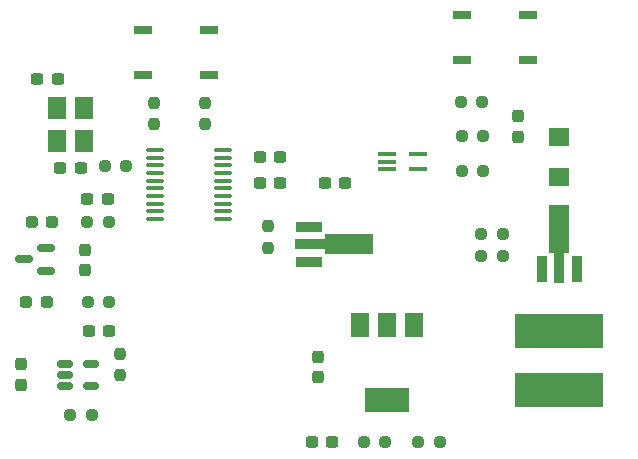
<source format=gtp>
G04 #@! TF.GenerationSoftware,KiCad,Pcbnew,6.0.11+dfsg-1*
G04 #@! TF.CreationDate,2024-04-10T09:55:10+02:00*
G04 #@! TF.ProjectId,Nehari_Chauveliere_kicad_TMS,4e656861-7269-45f4-9368-617576656c69,rev?*
G04 #@! TF.SameCoordinates,Original*
G04 #@! TF.FileFunction,Paste,Top*
G04 #@! TF.FilePolarity,Positive*
%FSLAX46Y46*%
G04 Gerber Fmt 4.6, Leading zero omitted, Abs format (unit mm)*
G04 Created by KiCad (PCBNEW 6.0.11+dfsg-1) date 2024-04-10 09:55:10*
%MOMM*%
%LPD*%
G01*
G04 APERTURE LIST*
G04 Aperture macros list*
%AMRoundRect*
0 Rectangle with rounded corners*
0 $1 Rounding radius*
0 $2 $3 $4 $5 $6 $7 $8 $9 X,Y pos of 4 corners*
0 Add a 4 corners polygon primitive as box body*
4,1,4,$2,$3,$4,$5,$6,$7,$8,$9,$2,$3,0*
0 Add four circle primitives for the rounded corners*
1,1,$1+$1,$2,$3*
1,1,$1+$1,$4,$5*
1,1,$1+$1,$6,$7*
1,1,$1+$1,$8,$9*
0 Add four rect primitives between the rounded corners*
20,1,$1+$1,$2,$3,$4,$5,0*
20,1,$1+$1,$4,$5,$6,$7,0*
20,1,$1+$1,$6,$7,$8,$9,0*
20,1,$1+$1,$8,$9,$2,$3,0*%
%AMFreePoly0*
4,1,9,5.362500,-0.866500,1.237500,-0.866500,1.237500,-0.450000,-1.237500,-0.450000,-1.237500,0.450000,1.237500,0.450000,1.237500,0.866500,5.362500,0.866500,5.362500,-0.866500,5.362500,-0.866500,$1*%
G04 Aperture macros list end*
%ADD10RoundRect,0.237500X-0.237500X0.300000X-0.237500X-0.300000X0.237500X-0.300000X0.237500X0.300000X0*%
%ADD11RoundRect,0.237500X0.250000X0.237500X-0.250000X0.237500X-0.250000X-0.237500X0.250000X-0.237500X0*%
%ADD12RoundRect,0.237500X0.300000X0.237500X-0.300000X0.237500X-0.300000X-0.237500X0.300000X-0.237500X0*%
%ADD13R,1.524000X0.762000*%
%ADD14R,1.500000X2.000000*%
%ADD15R,3.800000X2.000000*%
%ADD16RoundRect,0.237500X-0.250000X-0.237500X0.250000X-0.237500X0.250000X0.237500X-0.250000X0.237500X0*%
%ADD17R,7.500000X3.000000*%
%ADD18RoundRect,0.237500X0.237500X-0.250000X0.237500X0.250000X-0.237500X0.250000X-0.237500X-0.250000X0*%
%ADD19R,1.500000X1.950000*%
%ADD20R,0.900000X2.300000*%
%ADD21FreePoly0,90.000000*%
%ADD22RoundRect,0.237500X-0.300000X-0.237500X0.300000X-0.237500X0.300000X0.237500X-0.300000X0.237500X0*%
%ADD23RoundRect,0.237500X-0.237500X0.250000X-0.237500X-0.250000X0.237500X-0.250000X0.237500X0.250000X0*%
%ADD24R,1.680000X1.520000*%
%ADD25RoundRect,0.237500X-0.287500X-0.237500X0.287500X-0.237500X0.287500X0.237500X-0.287500X0.237500X0*%
%ADD26RoundRect,0.150000X-0.512500X-0.150000X0.512500X-0.150000X0.512500X0.150000X-0.512500X0.150000X0*%
%ADD27RoundRect,0.100000X-0.637500X-0.100000X0.637500X-0.100000X0.637500X0.100000X-0.637500X0.100000X0*%
%ADD28RoundRect,0.150000X0.587500X0.150000X-0.587500X0.150000X-0.587500X-0.150000X0.587500X-0.150000X0*%
%ADD29R,2.300000X0.900000*%
%ADD30FreePoly0,0.000000*%
%ADD31R,1.500000X0.400000*%
%ADD32RoundRect,0.237500X0.237500X-0.300000X0.237500X0.300000X-0.237500X0.300000X-0.237500X-0.300000X0*%
G04 APERTURE END LIST*
D10*
X151257000Y-86794000D03*
X151257000Y-88519000D03*
D11*
X154709500Y-79756000D03*
X152884500Y-79756000D03*
D12*
X167767000Y-81153000D03*
X166042000Y-81153000D03*
D13*
X161696400Y-71983600D03*
X156108400Y-71983600D03*
X161696400Y-68173600D03*
X156108400Y-68173600D03*
D14*
X179084000Y-93218000D03*
D15*
X176784000Y-99518000D03*
D14*
X176784000Y-93218000D03*
X174484000Y-93218000D03*
D10*
X170942000Y-95885000D03*
X170942000Y-97610000D03*
D16*
X183134000Y-77216000D03*
X184959000Y-77216000D03*
D17*
X191389000Y-93726000D03*
X191389000Y-98726000D03*
D18*
X161417000Y-76200000D03*
X161417000Y-74375000D03*
D11*
X186610000Y-85471000D03*
X184785000Y-85471000D03*
D12*
X153289000Y-93726000D03*
X151564000Y-93726000D03*
D19*
X148810500Y-74775000D03*
X148810500Y-77625000D03*
X151110500Y-77625000D03*
X151110500Y-74775000D03*
D20*
X189889000Y-88479500D03*
D21*
X191389000Y-88392000D03*
D20*
X192889000Y-88479500D03*
D22*
X147193000Y-72390000D03*
X148918000Y-72390000D03*
D23*
X166751000Y-84836000D03*
X166751000Y-86661000D03*
D22*
X149124500Y-79883000D03*
X150849500Y-79883000D03*
D11*
X151797500Y-100838000D03*
X149972500Y-100838000D03*
D24*
X191389000Y-77245000D03*
X191389000Y-80645000D03*
D16*
X174805500Y-103124000D03*
X176630500Y-103124000D03*
D13*
X188722000Y-70739000D03*
X183134000Y-70739000D03*
X188722000Y-66929000D03*
X183134000Y-66929000D03*
D12*
X167767000Y-78994000D03*
X166042000Y-78994000D03*
X153135500Y-82550000D03*
X151410500Y-82550000D03*
D16*
X184785000Y-87376000D03*
X186610000Y-87376000D03*
D25*
X146265018Y-91240060D03*
X148015018Y-91240060D03*
D12*
X172159000Y-103124000D03*
X170434000Y-103124000D03*
D11*
X153225421Y-84438869D03*
X151400421Y-84438869D03*
D23*
X154178000Y-95613000D03*
X154178000Y-97438000D03*
D26*
X149490000Y-96459000D03*
X149490000Y-97409000D03*
X149490000Y-98359000D03*
X151765000Y-98359000D03*
X151765000Y-96459000D03*
D27*
X157157500Y-78355000D03*
X157157500Y-79005000D03*
X157157500Y-79655000D03*
X157157500Y-80305000D03*
X157157500Y-80955000D03*
X157157500Y-81605000D03*
X157157500Y-82255000D03*
X157157500Y-82905000D03*
X157157500Y-83555000D03*
X157157500Y-84205000D03*
X162882500Y-84205000D03*
X162882500Y-83555000D03*
X162882500Y-82905000D03*
X162882500Y-82255000D03*
X162882500Y-81605000D03*
X162882500Y-80955000D03*
X162882500Y-80305000D03*
X162882500Y-79655000D03*
X162882500Y-79005000D03*
X162882500Y-78355000D03*
D22*
X171503000Y-81153000D03*
X173228000Y-81153000D03*
D28*
X147925000Y-88580000D03*
X147925000Y-86680000D03*
X146050000Y-87630000D03*
D16*
X183134000Y-80137000D03*
X184959000Y-80137000D03*
D11*
X183050500Y-74295000D03*
X184875500Y-74295000D03*
D25*
X146713000Y-84455000D03*
X148463000Y-84455000D03*
D18*
X157099000Y-76200000D03*
X157099000Y-74375000D03*
D29*
X170189000Y-84860000D03*
D30*
X170276500Y-86360000D03*
D29*
X170189000Y-87860000D03*
D10*
X145796000Y-96520000D03*
X145796000Y-98245000D03*
D11*
X153289000Y-91252000D03*
X151464000Y-91252000D03*
D31*
X176784000Y-78710000D03*
X176784000Y-79360000D03*
X176784000Y-80010000D03*
X179444000Y-80010000D03*
X179444000Y-78710000D03*
D16*
X179424500Y-103124000D03*
X181249500Y-103124000D03*
D32*
X187849892Y-75515361D03*
X187849892Y-77240361D03*
M02*

</source>
